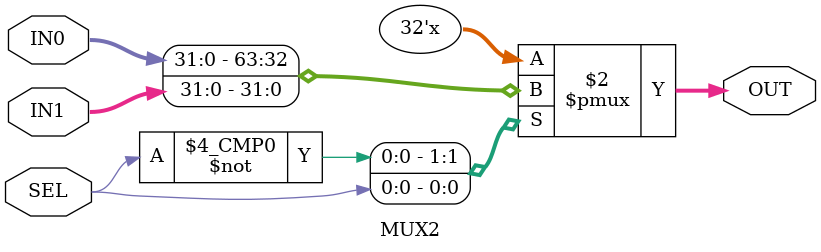
<source format=v>
`timescale 10ps / 1ps
module MUX2( SEL, IN0,IN1, OUT );

input SEL;
input [31:0] IN0;
input [31:0] IN1;
output reg [31:0] OUT;



always@(SEL,IN0,IN1)
	begin
	 case (SEL) 
	   1'b0 : OUT = IN0;
	   1'b1 : OUT = IN1;
	endcase
end 

endmodule
</source>
